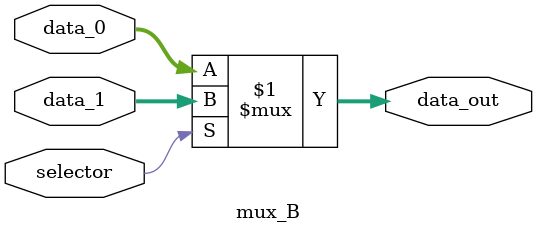
<source format=v>
module mux_B(

    input  wire        selector,
    input  wire [31:0] data_0,
    input  wire [31:0] data_1,
    output wire [31:0] data_out

);

assign data_out = (selector) ? data_1 : data_0;

endmodule
</source>
